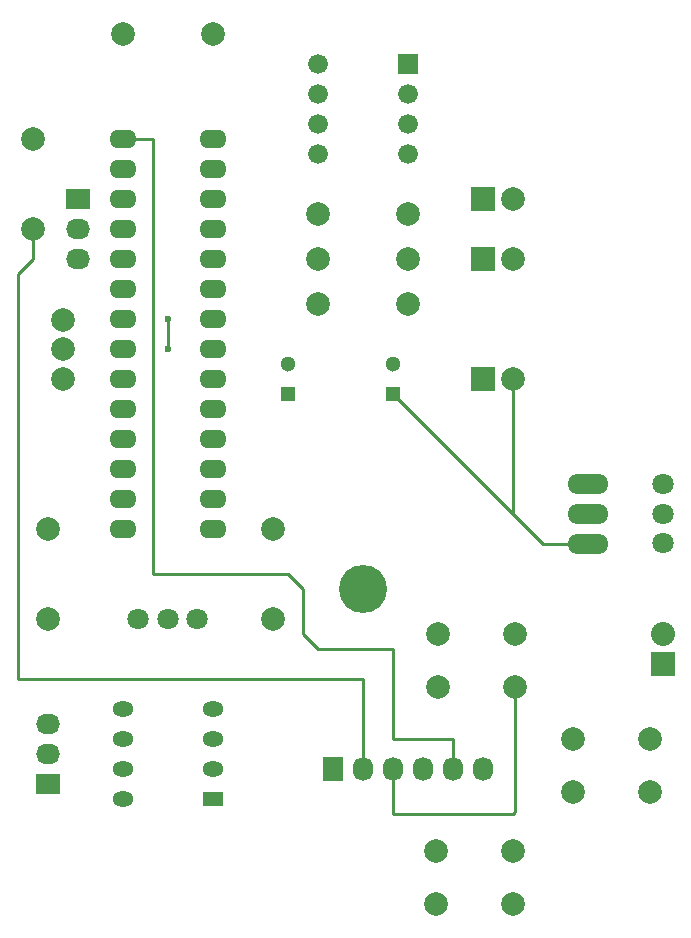
<source format=gbr>
G04 #@! TF.FileFunction,Copper,L2,Bot,Signal*
%FSLAX46Y46*%
G04 Gerber Fmt 4.6, Leading zero omitted, Abs format (unit mm)*
G04 Created by KiCad (PCBNEW 4.0.2+dfsg1-stable) date mer. 16 août 2017 22:41:30 CEST*
%MOMM*%
G01*
G04 APERTURE LIST*
%ADD10C,0.100000*%
%ADD11R,2.032000X2.032000*%
%ADD12O,2.032000X2.032000*%
%ADD13R,1.300000X1.300000*%
%ADD14C,1.300000*%
%ADD15R,2.000000X2.000000*%
%ADD16C,2.000000*%
%ADD17R,1.727200X2.032000*%
%ADD18O,1.727200X2.032000*%
%ADD19C,1.800000*%
%ADD20R,2.032000X1.727200*%
%ADD21O,2.032000X1.727200*%
%ADD22C,1.998980*%
%ADD23R,1.676400X1.676400*%
%ADD24C,1.676400*%
%ADD25R,1.778000X1.300000*%
%ADD26O,1.778000X1.300000*%
%ADD27O,2.300000X1.600000*%
%ADD28O,3.500120X1.699260*%
%ADD29C,4.064000*%
%ADD30C,0.600000*%
%ADD31C,0.250000*%
G04 APERTURE END LIST*
D10*
D11*
X236220000Y-118110000D03*
D12*
X236220000Y-115570000D03*
D13*
X213360000Y-95250000D03*
D14*
X213360000Y-92750000D03*
D13*
X204470000Y-95250000D03*
D14*
X204470000Y-92750000D03*
D15*
X220980000Y-93980000D03*
D16*
X223520000Y-93980000D03*
D15*
X220980000Y-83820000D03*
D16*
X223520000Y-83820000D03*
D15*
X220980000Y-78740000D03*
D16*
X223520000Y-78740000D03*
D17*
X208280000Y-127000000D03*
D18*
X210820000Y-127000000D03*
X213360000Y-127000000D03*
X215900000Y-127000000D03*
X218440000Y-127000000D03*
X220980000Y-127000000D03*
D19*
X236220000Y-107910000D03*
X236220000Y-105410000D03*
X236220000Y-102910000D03*
D20*
X184150000Y-128270000D03*
D21*
X184150000Y-125730000D03*
X184150000Y-123190000D03*
D22*
X207010000Y-87630000D03*
X214630000Y-87630000D03*
X207010000Y-83820000D03*
X214630000Y-83820000D03*
X207010000Y-80010000D03*
X214630000Y-80010000D03*
X184150000Y-114300000D03*
X184150000Y-106680000D03*
X203200000Y-114300000D03*
X203200000Y-106680000D03*
X182880000Y-81280000D03*
X182880000Y-73660000D03*
X198120000Y-64770000D03*
X190500000Y-64770000D03*
D16*
X223520000Y-133930000D03*
X223520000Y-138430000D03*
X217020000Y-133930000D03*
X217020000Y-138430000D03*
X228600000Y-128960000D03*
X228600000Y-124460000D03*
X235100000Y-128960000D03*
X235100000Y-124460000D03*
X217170000Y-120070000D03*
X217170000Y-115570000D03*
X223670000Y-120070000D03*
X223670000Y-115570000D03*
D19*
X196810000Y-114300000D03*
X194310000Y-114300000D03*
X191810000Y-114300000D03*
D23*
X214630000Y-67310000D03*
D24*
X214630000Y-69850000D03*
X214630000Y-72390000D03*
X214630000Y-74930000D03*
X207010000Y-74930000D03*
X207010000Y-72390000D03*
X207010000Y-69850000D03*
X207010000Y-67310000D03*
D25*
X198120000Y-129540000D03*
D26*
X198120000Y-127000000D03*
X198120000Y-124460000D03*
X198120000Y-121920000D03*
X190500000Y-121920000D03*
X190500000Y-124460000D03*
X190500000Y-127000000D03*
X190500000Y-129540000D03*
D16*
X185420000Y-93980000D03*
X185420000Y-91480000D03*
X185420000Y-88980000D03*
D27*
X190500000Y-73660000D03*
X190500000Y-76200000D03*
X190500000Y-78740000D03*
X190500000Y-81280000D03*
X190500000Y-83820000D03*
X190500000Y-86360000D03*
X190500000Y-88900000D03*
X190500000Y-91440000D03*
X190500000Y-93980000D03*
X190500000Y-96520000D03*
X190500000Y-99060000D03*
X190500000Y-101600000D03*
X190500000Y-104140000D03*
X190500000Y-106680000D03*
X198120000Y-106680000D03*
X198120000Y-104140000D03*
X198120000Y-101600000D03*
X198120000Y-99060000D03*
X198120000Y-96520000D03*
X198120000Y-93980000D03*
X198120000Y-91440000D03*
X198120000Y-88900000D03*
X198120000Y-86360000D03*
X198120000Y-83820000D03*
X198120000Y-81280000D03*
X198120000Y-78740000D03*
X198120000Y-76200000D03*
X198120000Y-73660000D03*
D28*
X229870000Y-105410000D03*
X229870000Y-102870000D03*
X229870000Y-107950000D03*
D20*
X186690000Y-78740000D03*
D21*
X186690000Y-81280000D03*
X186690000Y-83820000D03*
D29*
X210820000Y-111760000D03*
D30*
X194310000Y-91440000D03*
X194310000Y-88900000D03*
D31*
X194310000Y-88900000D02*
X194310000Y-91440000D01*
X223520000Y-105410000D02*
X213360000Y-95250000D01*
X223520000Y-93980000D02*
X223520000Y-105410000D01*
X226060000Y-107950000D02*
X229870000Y-107950000D01*
X223520000Y-105410000D02*
X226060000Y-107950000D01*
X210820000Y-127000000D02*
X210820000Y-119380000D01*
X182880000Y-83820000D02*
X182880000Y-81280000D01*
X181610000Y-85090000D02*
X182880000Y-83820000D01*
X181610000Y-119380000D02*
X181610000Y-85090000D01*
X210820000Y-119380000D02*
X181610000Y-119380000D01*
X213360000Y-127000000D02*
X213360000Y-130810000D01*
X223670000Y-130660000D02*
X223670000Y-120070000D01*
X223520000Y-130810000D02*
X223670000Y-130660000D01*
X213360000Y-130810000D02*
X223520000Y-130810000D01*
X193040000Y-110490000D02*
X193040000Y-73660000D01*
X218440000Y-124460000D02*
X213360000Y-124460000D01*
X213360000Y-124460000D02*
X213360000Y-116840000D01*
X213360000Y-116840000D02*
X207010000Y-116840000D01*
X207010000Y-116840000D02*
X205740000Y-115570000D01*
X205740000Y-115570000D02*
X205740000Y-111760000D01*
X205740000Y-111760000D02*
X204470000Y-110490000D01*
X204470000Y-110490000D02*
X193040000Y-110490000D01*
X218440000Y-127000000D02*
X218440000Y-124460000D01*
X193040000Y-73660000D02*
X190500000Y-73660000D01*
M02*

</source>
